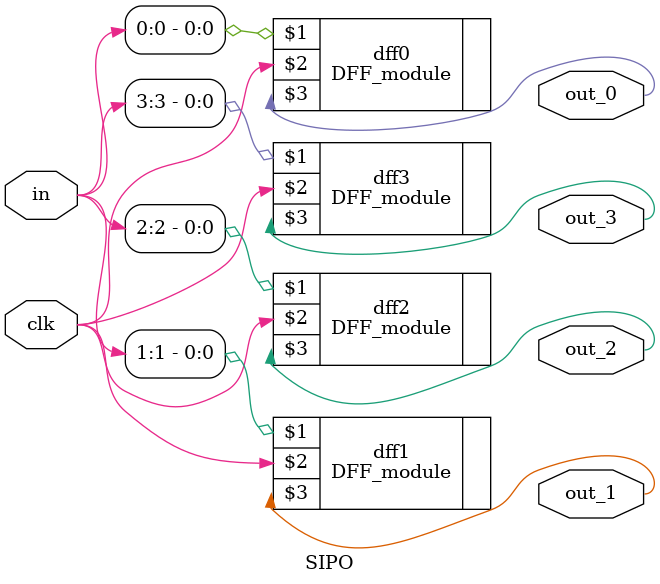
<source format=v>
module SIPO(
	
	input [3:0]in,
	input clk,
	
	output out_0,
	output out_1,
	output out_2,
	output out_3
);

	
	DFF_module dff0(
		in[0],
		clk,
		out_0
	);
	
	DFF_module dff1(
		in[1],
		clk,
		out_1
	);
	
	DFF_module dff2(
		in[2],
		clk,
		out_2
	);
	
	DFF_module dff3(
		in[3],
		clk,
		out_3
	);

endmodule
</source>
